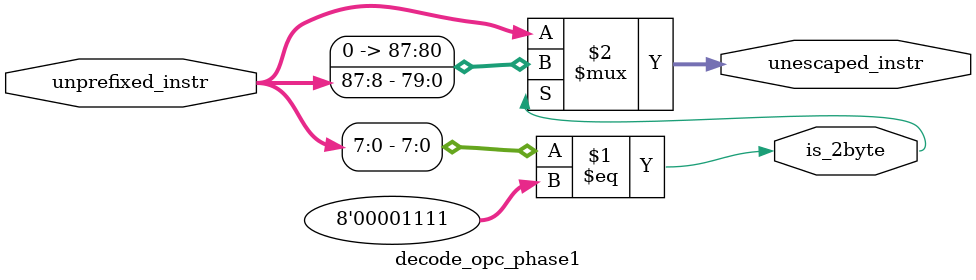
<source format=v>
`default_nettype none

module decode_opc_phase1 (
    input [87:0] unprefixed_instr,

    output is_2byte,
    output [87:0] unescaped_instr
);

  assign is_2byte = (unprefixed_instr[7:0] == 8'h0F);
  assign unescaped_instr = (is_2byte) ? ({8'd0, unprefixed_instr[87:8]}) : unprefixed_instr;

endmodule

</source>
